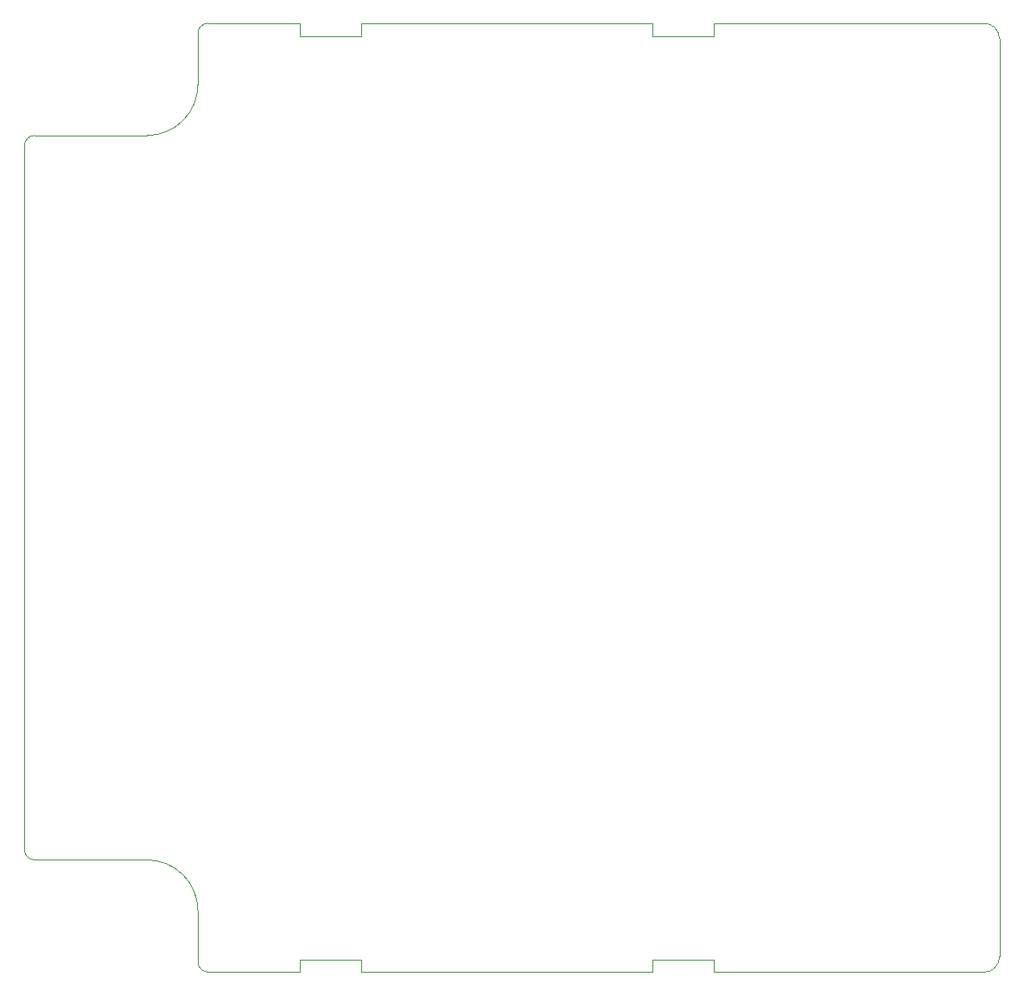
<source format=gbr>
G04 #@! TF.GenerationSoftware,KiCad,Pcbnew,(5.0.1)-3*
G04 #@! TF.CreationDate,2020-04-19T11:53:28-04:00*
G04 #@! TF.ProjectId,sailfin,7361696C66696E2E6B696361645F7063,rev?*
G04 #@! TF.SameCoordinates,Original*
G04 #@! TF.FileFunction,Profile,NP*
%FSLAX46Y46*%
G04 Gerber Fmt 4.6, Leading zero omitted, Abs format (unit mm)*
G04 Created by KiCad (PCBNEW (5.0.1)-3) date 4/19/2020 11:53:28 AM*
%MOMM*%
%LPD*%
G01*
G04 APERTURE LIST*
%ADD10C,0.010000*%
G04 APERTURE END LIST*
D10*
X112014000Y-189806000D02*
G75*
G02X110490000Y-191330000I-1524000J0D01*
G01*
X77978000Y-190068000D02*
X77978000Y-191318000D01*
X16478000Y-110318000D02*
X16478000Y-179318000D01*
X83978000Y-190068000D02*
X77978000Y-190068000D01*
X33478000Y-99318000D02*
X33478000Y-104318000D01*
X43478000Y-98318000D02*
X34478000Y-98318000D01*
X49478000Y-190068000D02*
X43478000Y-190068000D01*
X83978000Y-191318000D02*
X110480000Y-191318000D01*
X83978000Y-191318000D02*
X83978000Y-190068000D01*
X49478000Y-99568000D02*
X43478000Y-99568000D01*
X43478000Y-190068000D02*
X43478000Y-191318000D01*
X49478000Y-191318000D02*
X49478000Y-190068000D01*
X83978000Y-99568000D02*
X77978000Y-99568000D01*
X49478000Y-191318000D02*
X77978000Y-191318000D01*
X43478000Y-99568000D02*
X43478000Y-98318000D01*
X77978000Y-98318000D02*
X49478000Y-98318000D01*
X17478000Y-180318000D02*
G75*
G02X16478000Y-179318000I0J1000000D01*
G01*
X33478000Y-185318000D02*
X33478000Y-190318000D01*
X16478000Y-110318000D02*
G75*
G02X17478000Y-109318000I1000000J0D01*
G01*
X33478000Y-99318000D02*
G75*
G02X34478000Y-98318000I1000000J0D01*
G01*
X83978000Y-98318000D02*
X83978000Y-99568000D01*
X34478000Y-191318000D02*
X43478000Y-191318000D01*
X33478000Y-104318000D02*
G75*
G02X28478000Y-109318000I-5000000J0D01*
G01*
X28478000Y-180318000D02*
G75*
G02X33478000Y-185318000I0J-5000000D01*
G01*
X49478000Y-98318000D02*
X49478000Y-99568000D01*
X17478000Y-180318000D02*
X28478000Y-180318000D01*
X28478000Y-109318000D02*
X17478000Y-109318000D01*
X34478000Y-191318000D02*
G75*
G02X33478000Y-190318000I0J1000000D01*
G01*
X110490000Y-98318000D02*
X83978000Y-98318000D01*
X77978000Y-99568000D02*
X77978000Y-98318000D01*
X110490000Y-98318000D02*
G75*
G02X112014000Y-99842000I0J-1524000D01*
G01*
X112014000Y-99822000D02*
X112014000Y-189800000D01*
M02*

</source>
